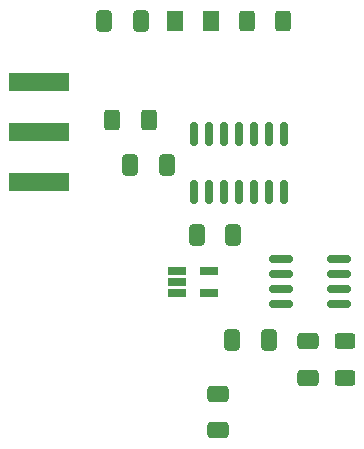
<source format=gtp>
%TF.GenerationSoftware,KiCad,Pcbnew,6.0.4-6f826c9f35~116~ubuntu20.04.1*%
%TF.CreationDate,2022-04-12T14:10:10-05:00*%
%TF.ProjectId,propagation_delay_led_pulser,70726f70-6167-4617-9469-6f6e5f64656c,1.1*%
%TF.SameCoordinates,Original*%
%TF.FileFunction,Paste,Top*%
%TF.FilePolarity,Positive*%
%FSLAX46Y46*%
G04 Gerber Fmt 4.6, Leading zero omitted, Abs format (unit mm)*
G04 Created by KiCad (PCBNEW 6.0.4-6f826c9f35~116~ubuntu20.04.1) date 2022-04-12 14:10:10*
%MOMM*%
%LPD*%
G01*
G04 APERTURE LIST*
G04 Aperture macros list*
%AMRoundRect*
0 Rectangle with rounded corners*
0 $1 Rounding radius*
0 $2 $3 $4 $5 $6 $7 $8 $9 X,Y pos of 4 corners*
0 Add a 4 corners polygon primitive as box body*
4,1,4,$2,$3,$4,$5,$6,$7,$8,$9,$2,$3,0*
0 Add four circle primitives for the rounded corners*
1,1,$1+$1,$2,$3*
1,1,$1+$1,$4,$5*
1,1,$1+$1,$6,$7*
1,1,$1+$1,$8,$9*
0 Add four rect primitives between the rounded corners*
20,1,$1+$1,$2,$3,$4,$5,0*
20,1,$1+$1,$4,$5,$6,$7,0*
20,1,$1+$1,$6,$7,$8,$9,0*
20,1,$1+$1,$8,$9,$2,$3,0*%
G04 Aperture macros list end*
%ADD10RoundRect,0.250000X0.412500X0.650000X-0.412500X0.650000X-0.412500X-0.650000X0.412500X-0.650000X0*%
%ADD11RoundRect,0.250000X-0.412500X-0.650000X0.412500X-0.650000X0.412500X0.650000X-0.412500X0.650000X0*%
%ADD12RoundRect,0.250000X-0.650000X0.412500X-0.650000X-0.412500X0.650000X-0.412500X0.650000X0.412500X0*%
%ADD13R,1.560000X0.650000*%
%ADD14RoundRect,0.150000X0.825000X0.150000X-0.825000X0.150000X-0.825000X-0.150000X0.825000X-0.150000X0*%
%ADD15RoundRect,0.250000X0.400000X0.625000X-0.400000X0.625000X-0.400000X-0.625000X0.400000X-0.625000X0*%
%ADD16RoundRect,0.250000X-0.625000X0.400000X-0.625000X-0.400000X0.625000X-0.400000X0.625000X0.400000X0*%
%ADD17RoundRect,0.150000X0.150000X-0.825000X0.150000X0.825000X-0.150000X0.825000X-0.150000X-0.825000X0*%
%ADD18RoundRect,0.250001X-0.462499X-0.624999X0.462499X-0.624999X0.462499X0.624999X-0.462499X0.624999X0*%
%ADD19R,5.080000X1.500000*%
G04 APERTURE END LIST*
D10*
%TO.C,C6*%
X208134989Y-51712009D03*
X205009989Y-51712009D03*
%TD*%
%TO.C,C5*%
X218972500Y-78712000D03*
X215847500Y-78712000D03*
%TD*%
D11*
%TO.C,C4*%
X212822489Y-69837009D03*
X215947489Y-69837009D03*
%TD*%
D10*
%TO.C,C3*%
X210347489Y-63862009D03*
X207222489Y-63862009D03*
%TD*%
D12*
%TO.C,C1*%
X214627000Y-83241500D03*
X214627000Y-86366500D03*
%TD*%
D13*
%TO.C,U3*%
X211159989Y-72862009D03*
X211159989Y-73812009D03*
X211159989Y-74762009D03*
X213859989Y-74762009D03*
X213859989Y-72862009D03*
%TD*%
D12*
%TO.C,C2*%
X222246989Y-78799509D03*
X222246989Y-81924509D03*
%TD*%
D14*
%TO.C,U2*%
X224884989Y-75617009D03*
X224884989Y-74347009D03*
X224884989Y-73077009D03*
X224884989Y-71807009D03*
X219934989Y-71807009D03*
X219934989Y-73077009D03*
X219934989Y-74347009D03*
X219934989Y-75617009D03*
%TD*%
D15*
%TO.C,R2*%
X208809989Y-60062009D03*
X205709989Y-60062009D03*
%TD*%
D16*
%TO.C,R1*%
X225409989Y-78812009D03*
X225409989Y-81912009D03*
%TD*%
D17*
%TO.C,U1*%
X212599989Y-66187009D03*
X213869989Y-66187009D03*
X215139989Y-66187009D03*
X216409989Y-66187009D03*
X217679989Y-66187009D03*
X218949989Y-66187009D03*
X220219989Y-66187009D03*
X220219989Y-61237009D03*
X218949989Y-61237009D03*
X217679989Y-61237009D03*
X216409989Y-61237009D03*
X215139989Y-61237009D03*
X213869989Y-61237009D03*
X212599989Y-61237009D03*
%TD*%
D18*
%TO.C,D1*%
X211036989Y-51712009D03*
X214011989Y-51712009D03*
%TD*%
D15*
%TO.C,R3*%
X220159989Y-51712009D03*
X217059989Y-51712009D03*
%TD*%
D19*
%TO.C,J2*%
X199459989Y-61112009D03*
X199459989Y-65362009D03*
X199459989Y-56862009D03*
%TD*%
M02*

</source>
